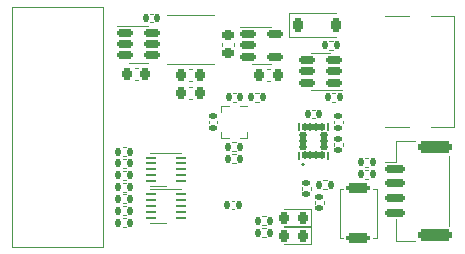
<source format=gbr>
%TF.GenerationSoftware,KiCad,Pcbnew,7.0.8*%
%TF.CreationDate,2023-10-14T12:30:27+02:00*%
%TF.ProjectId,RotorflightF7,526f746f-7266-46c6-9967-687446372e6b,rev?*%
%TF.SameCoordinates,Original*%
%TF.FileFunction,Legend,Top*%
%TF.FilePolarity,Positive*%
%FSLAX46Y46*%
G04 Gerber Fmt 4.6, Leading zero omitted, Abs format (unit mm)*
G04 Created by KiCad (PCBNEW 7.0.8) date 2023-10-14 12:30:27*
%MOMM*%
%LPD*%
G01*
G04 APERTURE LIST*
G04 Aperture macros list*
%AMRoundRect*
0 Rectangle with rounded corners*
0 $1 Rounding radius*
0 $2 $3 $4 $5 $6 $7 $8 $9 X,Y pos of 4 corners*
0 Add a 4 corners polygon primitive as box body*
4,1,4,$2,$3,$4,$5,$6,$7,$8,$9,$2,$3,0*
0 Add four circle primitives for the rounded corners*
1,1,$1+$1,$2,$3*
1,1,$1+$1,$4,$5*
1,1,$1+$1,$6,$7*
1,1,$1+$1,$8,$9*
0 Add four rect primitives between the rounded corners*
20,1,$1+$1,$2,$3,$4,$5,0*
20,1,$1+$1,$4,$5,$6,$7,0*
20,1,$1+$1,$6,$7,$8,$9,0*
20,1,$1+$1,$8,$9,$2,$3,0*%
G04 Aperture macros list end*
%ADD10C,0.120000*%
%ADD11C,0.100000*%
%ADD12C,0.127000*%
%ADD13C,0.150000*%
%ADD14RoundRect,0.150000X-0.700000X0.150000X-0.700000X-0.150000X0.700000X-0.150000X0.700000X0.150000X0*%
%ADD15RoundRect,0.250000X-1.150000X0.250000X-1.150000X-0.250000X1.150000X-0.250000X1.150000X0.250000X0*%
%ADD16RoundRect,0.140000X0.170000X-0.140000X0.170000X0.140000X-0.170000X0.140000X-0.170000X-0.140000X0*%
%ADD17RoundRect,0.225000X-0.225000X-0.375000X0.225000X-0.375000X0.225000X0.375000X-0.225000X0.375000X0*%
%ADD18RoundRect,0.150000X-0.512500X-0.150000X0.512500X-0.150000X0.512500X0.150000X-0.512500X0.150000X0*%
%ADD19RoundRect,0.135000X0.135000X0.185000X-0.135000X0.185000X-0.135000X-0.185000X0.135000X-0.185000X0*%
%ADD20RoundRect,0.218750X0.218750X0.256250X-0.218750X0.256250X-0.218750X-0.256250X0.218750X-0.256250X0*%
%ADD21RoundRect,0.062500X0.337500X0.062500X-0.337500X0.062500X-0.337500X-0.062500X0.337500X-0.062500X0*%
%ADD22R,1.300000X2.200000*%
%ADD23RoundRect,0.140000X-0.140000X-0.170000X0.140000X-0.170000X0.140000X0.170000X-0.140000X0.170000X0*%
%ADD24RoundRect,0.135000X-0.135000X-0.185000X0.135000X-0.185000X0.135000X0.185000X-0.135000X0.185000X0*%
%ADD25RoundRect,0.225000X-0.225000X-0.250000X0.225000X-0.250000X0.225000X0.250000X-0.225000X0.250000X0*%
%ADD26RoundRect,0.140000X0.140000X0.170000X-0.140000X0.170000X-0.140000X-0.170000X0.140000X-0.170000X0*%
%ADD27R,1.150000X3.600000*%
%ADD28R,0.500000X0.350000*%
%ADD29RoundRect,0.102000X0.125000X-0.237500X0.125000X0.237500X-0.125000X0.237500X-0.125000X-0.237500X0*%
%ADD30RoundRect,0.102000X0.237500X0.125000X-0.237500X0.125000X-0.237500X-0.125000X0.237500X-0.125000X0*%
%ADD31C,1.700000*%
%ADD32O,1.700000X1.700000*%
%ADD33R,1.700000X1.700000*%
%ADD34RoundRect,0.150000X0.512500X0.150000X-0.512500X0.150000X-0.512500X-0.150000X0.512500X-0.150000X0*%
%ADD35RoundRect,0.200000X0.800000X-0.200000X0.800000X0.200000X-0.800000X0.200000X-0.800000X-0.200000X0*%
%ADD36RoundRect,0.225000X0.225000X0.250000X-0.225000X0.250000X-0.225000X-0.250000X0.225000X-0.250000X0*%
%ADD37RoundRect,0.140000X-0.170000X0.140000X-0.170000X-0.140000X0.170000X-0.140000X0.170000X0.140000X0*%
%ADD38RoundRect,0.225000X-0.250000X0.225000X-0.250000X-0.225000X0.250000X-0.225000X0.250000X0.225000X0*%
%ADD39C,0.650000*%
%ADD40R,1.450000X0.600000*%
%ADD41R,1.450000X0.300000*%
%ADD42O,2.100000X1.000000*%
%ADD43O,1.600000X1.000000*%
G04 APERTURE END LIST*
D10*
%TO.C,J3*%
X132780000Y-49795000D02*
X131180000Y-49795000D01*
X131180000Y-49795000D02*
X131180000Y-51595000D01*
X135650000Y-51065000D02*
X135650000Y-56995000D01*
X131180000Y-51595000D02*
X130240000Y-51595000D01*
X132780000Y-58265000D02*
X131180000Y-58265000D01*
X131180000Y-58265000D02*
X131180000Y-56465000D01*
%TO.C,C18*%
X124330000Y-55137836D02*
X124330000Y-54922164D01*
X125050000Y-55137836D02*
X125050000Y-54922164D01*
%TO.C,C14*%
X125930000Y-48337836D02*
X125930000Y-48122164D01*
X126650000Y-48337836D02*
X126650000Y-48122164D01*
%TO.C,D1*%
X122130000Y-39030000D02*
X122130000Y-41030000D01*
X122130000Y-39030000D02*
X126140000Y-39030000D01*
X122130000Y-41030000D02*
X126140000Y-41030000D01*
%TO.C,U5*%
X119790000Y-40170000D02*
X117990000Y-40170000D01*
X119790000Y-40170000D02*
X120590000Y-40170000D01*
X119790000Y-43290000D02*
X118990000Y-43290000D01*
X119790000Y-43290000D02*
X120590000Y-43290000D01*
%TO.C,R9*%
X126043641Y-46510000D02*
X125736359Y-46510000D01*
X126043641Y-45750000D02*
X125736359Y-45750000D01*
%TO.C,D3*%
X123975000Y-57045000D02*
X123975000Y-55575000D01*
X123975000Y-55575000D02*
X121690000Y-55575000D01*
X121690000Y-57045000D02*
X123975000Y-57045000D01*
%TO.C,U3*%
X112990000Y-53920000D02*
X110390000Y-53920000D01*
X111690000Y-56740000D02*
X110390000Y-56740000D01*
%TO.C,C12*%
X117382164Y-45770000D02*
X117597836Y-45770000D01*
X117382164Y-46490000D02*
X117597836Y-46490000D01*
%TO.C,R14*%
X117336359Y-49950000D02*
X117643641Y-49950000D01*
X117336359Y-50710000D02*
X117643641Y-50710000D01*
%TO.C,D2*%
X123975000Y-58565000D02*
X123975000Y-57095000D01*
X123975000Y-57095000D02*
X121690000Y-57095000D01*
X121690000Y-58565000D02*
X123975000Y-58565000D01*
%TO.C,R1*%
X108343641Y-57110000D02*
X108036359Y-57110000D01*
X108343641Y-56350000D02*
X108036359Y-56350000D01*
%TO.C,C1*%
X109049420Y-43620000D02*
X109330580Y-43620000D01*
X109049420Y-44640000D02*
X109330580Y-44640000D01*
%TO.C,R10*%
X125343641Y-53910000D02*
X125036359Y-53910000D01*
X125343641Y-53150000D02*
X125036359Y-53150000D01*
%TO.C,U2*%
X109390000Y-40070000D02*
X107590000Y-40070000D01*
X109390000Y-40070000D02*
X110190000Y-40070000D01*
X109390000Y-43190000D02*
X108590000Y-43190000D01*
X109390000Y-43190000D02*
X110190000Y-43190000D01*
%TO.C,C2*%
X110597836Y-39790000D02*
X110382164Y-39790000D01*
X110597836Y-39070000D02*
X110382164Y-39070000D01*
%TO.C,R19*%
X119836359Y-56200000D02*
X120143641Y-56200000D01*
X119836359Y-56960000D02*
X120143641Y-56960000D01*
%TO.C,R6*%
X108343641Y-52110000D02*
X108036359Y-52110000D01*
X108343641Y-51350000D02*
X108036359Y-51350000D01*
%TO.C,L1*%
X111790000Y-39120000D02*
X115790000Y-39120000D01*
X115790000Y-43340000D02*
X111790000Y-43340000D01*
%TO.C,R17*%
X128536359Y-52250000D02*
X128843641Y-52250000D01*
X128536359Y-53010000D02*
X128843641Y-53010000D01*
%TO.C,R16*%
X128536359Y-51250000D02*
X128843641Y-51250000D01*
X128536359Y-52010000D02*
X128843641Y-52010000D01*
%TO.C,R7*%
X108343641Y-51110000D02*
X108036359Y-51110000D01*
X108343641Y-50350000D02*
X108036359Y-50350000D01*
%TO.C,C16*%
X124297836Y-47890000D02*
X124082164Y-47890000D01*
X124297836Y-47170000D02*
X124082164Y-47170000D01*
D11*
%TO.C,U8*%
X117950000Y-46880000D02*
X118590000Y-46880000D01*
X116390000Y-46880000D02*
X117030000Y-46880000D01*
X116390000Y-46880000D02*
X116390000Y-47360000D01*
X118590000Y-49100000D02*
X118590000Y-49580000D01*
X116390000Y-49100000D02*
X116390000Y-49580000D01*
X117950000Y-49580000D02*
X118590000Y-49580000D01*
X116390000Y-49580000D02*
X117030000Y-49580000D01*
D10*
%TO.C,R2*%
X108343641Y-56110000D02*
X108036359Y-56110000D01*
X108343641Y-55350000D02*
X108036359Y-55350000D01*
D12*
%TO.C,U7*%
X122940000Y-51330000D02*
X122995000Y-51330000D01*
X122940000Y-51330000D02*
X122940000Y-50775000D01*
X125385000Y-51330000D02*
X125440000Y-51330000D01*
X125440000Y-51330000D02*
X125440000Y-50775000D01*
X122940000Y-48885000D02*
X122940000Y-48330000D01*
X125440000Y-48885000D02*
X125440000Y-48330000D01*
X122940000Y-48330000D02*
X122995000Y-48330000D01*
X125385000Y-48330000D02*
X125440000Y-48330000D01*
D13*
X123365000Y-51830000D02*
G75*
G03*
X123365000Y-51830000I-75000J0D01*
G01*
D10*
%TO.C,U1*%
X112990000Y-50820000D02*
X110390000Y-50820000D01*
X111690000Y-53640000D02*
X110390000Y-53640000D01*
%TO.C,J2*%
X106330000Y-58820000D02*
X106330000Y-38440000D01*
X106330000Y-58820000D02*
X98650000Y-58820000D01*
X106330000Y-38440000D02*
X98650000Y-38440000D01*
X98650000Y-58820000D02*
X98650000Y-38440000D01*
%TO.C,U4*%
X124790000Y-45490000D02*
X126590000Y-45490000D01*
X124790000Y-45490000D02*
X123990000Y-45490000D01*
X124790000Y-42370000D02*
X125590000Y-42370000D01*
X124790000Y-42370000D02*
X123990000Y-42370000D01*
%TO.C,R8*%
X125843641Y-42110000D02*
X125536359Y-42110000D01*
X125843641Y-41350000D02*
X125536359Y-41350000D01*
%TO.C,SW1*%
X126420000Y-58000000D02*
X126420000Y-53860000D01*
X126720000Y-58000000D02*
X126420000Y-58000000D01*
X129560000Y-58000000D02*
X129260000Y-58000000D01*
X126420000Y-53860000D02*
X126720000Y-53860000D01*
X129260000Y-53860000D02*
X129560000Y-53860000D01*
X129560000Y-53860000D02*
X129560000Y-58000000D01*
%TO.C,C15*%
X115330000Y-48337836D02*
X115330000Y-48122164D01*
X116050000Y-48337836D02*
X116050000Y-48122164D01*
%TO.C,C9*%
X120530580Y-44740000D02*
X120249420Y-44740000D01*
X120530580Y-43720000D02*
X120249420Y-43720000D01*
%TO.C,C8*%
X123950000Y-53722164D02*
X123950000Y-53937836D01*
X123230000Y-53722164D02*
X123230000Y-53937836D01*
%TO.C,R11*%
X119236359Y-45750000D02*
X119543641Y-45750000D01*
X119236359Y-46510000D02*
X119543641Y-46510000D01*
%TO.C,C17*%
X117282164Y-54870000D02*
X117497836Y-54870000D01*
X117282164Y-55590000D02*
X117497836Y-55590000D01*
%TO.C,C4*%
X113930580Y-44740000D02*
X113649420Y-44740000D01*
X113930580Y-43720000D02*
X113649420Y-43720000D01*
%TO.C,C3*%
X113930580Y-46240000D02*
X113649420Y-46240000D01*
X113930580Y-45220000D02*
X113649420Y-45220000D01*
%TO.C,R5*%
X108343641Y-53110000D02*
X108036359Y-53110000D01*
X108343641Y-52350000D02*
X108036359Y-52350000D01*
%TO.C,R3*%
X108343641Y-55110000D02*
X108036359Y-55110000D01*
X108343641Y-54350000D02*
X108036359Y-54350000D01*
%TO.C,R18*%
X119836359Y-57200000D02*
X120143641Y-57200000D01*
X119836359Y-57960000D02*
X120143641Y-57960000D01*
%TO.C,R15*%
X117336359Y-50950000D02*
X117643641Y-50950000D01*
X117336359Y-51710000D02*
X117643641Y-51710000D01*
%TO.C,R4*%
X108343641Y-54110000D02*
X108036359Y-54110000D01*
X108343641Y-53350000D02*
X108036359Y-53350000D01*
%TO.C,C5*%
X117500000Y-41489420D02*
X117500000Y-41770580D01*
X116480000Y-41489420D02*
X116480000Y-41770580D01*
%TO.C,C13*%
X125930000Y-50237836D02*
X125930000Y-50022164D01*
X126650000Y-50237836D02*
X126650000Y-50022164D01*
%TO.C,J1*%
X130250000Y-48630000D02*
X132250000Y-48630000D01*
X134150000Y-48630000D02*
X136050000Y-48630000D01*
X136050000Y-48630000D02*
X136050000Y-39230000D01*
X130250000Y-39230000D02*
X132250000Y-39230000D01*
X134150000Y-39230000D02*
X136050000Y-39230000D01*
%TD*%
%LPC*%
D14*
%TO.C,J3*%
X131090000Y-52155000D03*
X131090000Y-53405000D03*
X131090000Y-54655000D03*
X131090000Y-55905000D03*
D15*
X134440000Y-50305000D03*
X134440000Y-57755000D03*
%TD*%
D16*
%TO.C,C18*%
X124690000Y-55510000D03*
X124690000Y-54550000D03*
%TD*%
%TO.C,C14*%
X126290000Y-48710000D03*
X126290000Y-47750000D03*
%TD*%
D17*
%TO.C,D1*%
X122840000Y-40030000D03*
X126140000Y-40030000D03*
%TD*%
D18*
%TO.C,U5*%
X118652500Y-40780000D03*
X118652500Y-41730000D03*
X118652500Y-42680000D03*
X120927500Y-42680000D03*
X120927500Y-40780000D03*
%TD*%
D19*
%TO.C,R9*%
X126400000Y-46130000D03*
X125380000Y-46130000D03*
%TD*%
D20*
%TO.C,D3*%
X123277500Y-56310000D03*
X121702500Y-56310000D03*
%TD*%
D21*
%TO.C,U3*%
X112965000Y-56330000D03*
X112965000Y-55830000D03*
X112965000Y-55330000D03*
X112965000Y-54830000D03*
X112965000Y-54330000D03*
X110415000Y-54330000D03*
X110415000Y-54830000D03*
X110415000Y-55330000D03*
X110415000Y-55830000D03*
X110415000Y-56330000D03*
D22*
X111690000Y-55330000D03*
%TD*%
D23*
%TO.C,C12*%
X117010000Y-46130000D03*
X117970000Y-46130000D03*
%TD*%
D24*
%TO.C,R14*%
X116980000Y-50330000D03*
X118000000Y-50330000D03*
%TD*%
D20*
%TO.C,D2*%
X123277500Y-57830000D03*
X121702500Y-57830000D03*
%TD*%
D19*
%TO.C,R1*%
X108700000Y-56730000D03*
X107680000Y-56730000D03*
%TD*%
D25*
%TO.C,C1*%
X108415000Y-44130000D03*
X109965000Y-44130000D03*
%TD*%
D19*
%TO.C,R10*%
X125700000Y-53530000D03*
X124680000Y-53530000D03*
%TD*%
D18*
%TO.C,U2*%
X108252500Y-40680000D03*
X108252500Y-41630000D03*
X108252500Y-42580000D03*
X110527500Y-42580000D03*
X110527500Y-41630000D03*
X110527500Y-40680000D03*
%TD*%
D26*
%TO.C,C2*%
X110970000Y-39430000D03*
X110010000Y-39430000D03*
%TD*%
D24*
%TO.C,R19*%
X119480000Y-56580000D03*
X120500000Y-56580000D03*
%TD*%
D19*
%TO.C,R6*%
X108700000Y-51730000D03*
X107680000Y-51730000D03*
%TD*%
D27*
%TO.C,L1*%
X112315000Y-41230000D03*
X115265000Y-41230000D03*
%TD*%
D24*
%TO.C,R17*%
X128180000Y-52630000D03*
X129200000Y-52630000D03*
%TD*%
%TO.C,R16*%
X128180000Y-51630000D03*
X129200000Y-51630000D03*
%TD*%
D19*
%TO.C,R7*%
X108700000Y-50730000D03*
X107680000Y-50730000D03*
%TD*%
D26*
%TO.C,C16*%
X124670000Y-47530000D03*
X123710000Y-47530000D03*
%TD*%
D28*
%TO.C,U8*%
X118290000Y-47255000D03*
X118290000Y-47905000D03*
X118290000Y-48555000D03*
X118290000Y-49205000D03*
X116690000Y-49205000D03*
X116690000Y-48555000D03*
X116690000Y-47905000D03*
X116690000Y-47255000D03*
%TD*%
D19*
%TO.C,R2*%
X108700000Y-55730000D03*
X107680000Y-55730000D03*
%TD*%
D29*
%TO.C,U7*%
X123440000Y-50992500D03*
X123940000Y-50992500D03*
X124440000Y-50992500D03*
X124940000Y-50992500D03*
D30*
X125102500Y-50330000D03*
X125102500Y-49830000D03*
X125102500Y-49330000D03*
D29*
X124940000Y-48667500D03*
X124440000Y-48667500D03*
X123940000Y-48667500D03*
X123440000Y-48667500D03*
D30*
X123277500Y-49330000D03*
X123277500Y-49830000D03*
X123277500Y-50330000D03*
%TD*%
D21*
%TO.C,U1*%
X112965000Y-53230000D03*
X112965000Y-52730000D03*
X112965000Y-52230000D03*
X112965000Y-51730000D03*
X112965000Y-51230000D03*
X110415000Y-51230000D03*
X110415000Y-51730000D03*
X110415000Y-52230000D03*
X110415000Y-52730000D03*
X110415000Y-53230000D03*
D22*
X111690000Y-52230000D03*
%TD*%
D31*
%TO.C,J2*%
X105000000Y-57550000D03*
D32*
X105000000Y-55010000D03*
X105000000Y-52470000D03*
X105000000Y-49930000D03*
X105000000Y-44850000D03*
X105000000Y-42310000D03*
X105000000Y-39770000D03*
D31*
X102460000Y-57550000D03*
D32*
X102460000Y-55010000D03*
X102460000Y-52470000D03*
X102460000Y-49930000D03*
X102460000Y-44850000D03*
X102460000Y-42310000D03*
X102460000Y-39770000D03*
D33*
X99920000Y-57550000D03*
X99920000Y-55010000D03*
X99920000Y-52470000D03*
X99920000Y-49930000D03*
X99920000Y-44850000D03*
X99920000Y-42310000D03*
X99920000Y-39770000D03*
%TD*%
D34*
%TO.C,U4*%
X125927500Y-44880000D03*
X125927500Y-43930000D03*
X125927500Y-42980000D03*
X123652500Y-42980000D03*
X123652500Y-43930000D03*
X123652500Y-44880000D03*
%TD*%
D19*
%TO.C,R8*%
X126200000Y-41730000D03*
X125180000Y-41730000D03*
%TD*%
D35*
%TO.C,SW1*%
X127990000Y-58030000D03*
X127990000Y-53830000D03*
%TD*%
D16*
%TO.C,C15*%
X115690000Y-48710000D03*
X115690000Y-47750000D03*
%TD*%
D36*
%TO.C,C9*%
X121165000Y-44230000D03*
X119615000Y-44230000D03*
%TD*%
D37*
%TO.C,C8*%
X123590000Y-53350000D03*
X123590000Y-54310000D03*
%TD*%
D24*
%TO.C,R11*%
X118880000Y-46130000D03*
X119900000Y-46130000D03*
%TD*%
D23*
%TO.C,C17*%
X116910000Y-55230000D03*
X117870000Y-55230000D03*
%TD*%
D36*
%TO.C,C4*%
X114565000Y-44230000D03*
X113015000Y-44230000D03*
%TD*%
%TO.C,C3*%
X114565000Y-45730000D03*
X113015000Y-45730000D03*
%TD*%
D19*
%TO.C,R5*%
X108700000Y-52730000D03*
X107680000Y-52730000D03*
%TD*%
%TO.C,R3*%
X108700000Y-54730000D03*
X107680000Y-54730000D03*
%TD*%
D24*
%TO.C,R18*%
X119480000Y-57580000D03*
X120500000Y-57580000D03*
%TD*%
%TO.C,R15*%
X116980000Y-51330000D03*
X118000000Y-51330000D03*
%TD*%
D19*
%TO.C,R4*%
X108700000Y-53730000D03*
X107680000Y-53730000D03*
%TD*%
D38*
%TO.C,C5*%
X116990000Y-40855000D03*
X116990000Y-42405000D03*
%TD*%
D16*
%TO.C,C13*%
X126290000Y-50610000D03*
X126290000Y-49650000D03*
%TD*%
D39*
%TO.C,J1*%
X129550000Y-46820000D03*
X129550000Y-41040000D03*
D40*
X128105000Y-47180000D03*
X128105000Y-46380000D03*
D41*
X128105000Y-45180000D03*
X128105000Y-44180000D03*
X128105000Y-43680000D03*
X128105000Y-42680000D03*
D40*
X128105000Y-41480000D03*
X128105000Y-40680000D03*
X128105000Y-40680000D03*
X128105000Y-41480000D03*
D41*
X128105000Y-42180000D03*
X128105000Y-43180000D03*
X128105000Y-44680000D03*
X128105000Y-45680000D03*
D40*
X128105000Y-46380000D03*
X128105000Y-47180000D03*
D42*
X129020000Y-48250000D03*
D43*
X133200000Y-48250000D03*
D42*
X129020000Y-39610000D03*
D43*
X133200000Y-39610000D03*
%TD*%
%LPD*%
M02*

</source>
